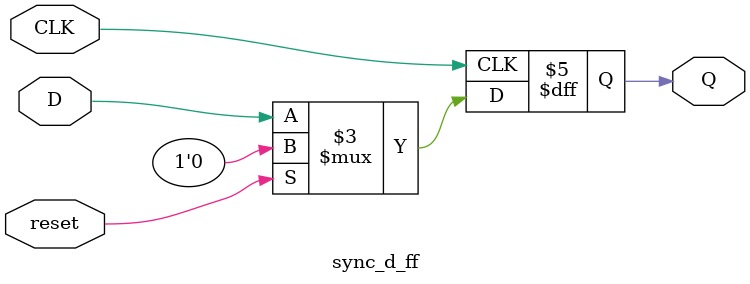
<source format=v>
module sync_d_ff (D, CLK , reset , Q); //creating D-flipflop
input D , CLK, reset;  // inputting the reset and the clck and the D input
output reg Q;
always@(posedge CLK)begin
    if(reset)begin
        Q<=0;
    end else begin
        Q<=D;
    end
end
endmodule

</source>
